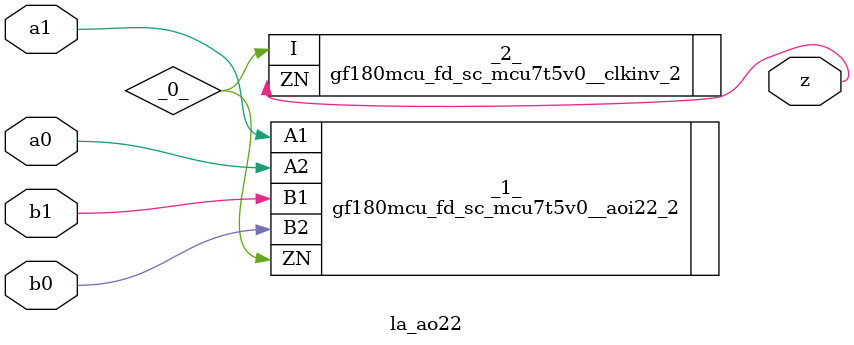
<source format=v>
/* Generated by Yosys 0.37 (git sha1 a5c7f69ed, clang 14.0.0-1ubuntu1.1 -fPIC -Os) */

module la_ao22(a0, a1, b0, b1, z);
  wire _0_;
  input a0;
  wire a0;
  input a1;
  wire a1;
  input b0;
  wire b0;
  input b1;
  wire b1;
  output z;
  wire z;
  gf180mcu_fd_sc_mcu7t5v0__aoi22_2 _1_ (
    .A1(a1),
    .A2(a0),
    .B1(b1),
    .B2(b0),
    .ZN(_0_)
  );
  gf180mcu_fd_sc_mcu7t5v0__clkinv_2 _2_ (
    .I(_0_),
    .ZN(z)
  );
endmodule

</source>
